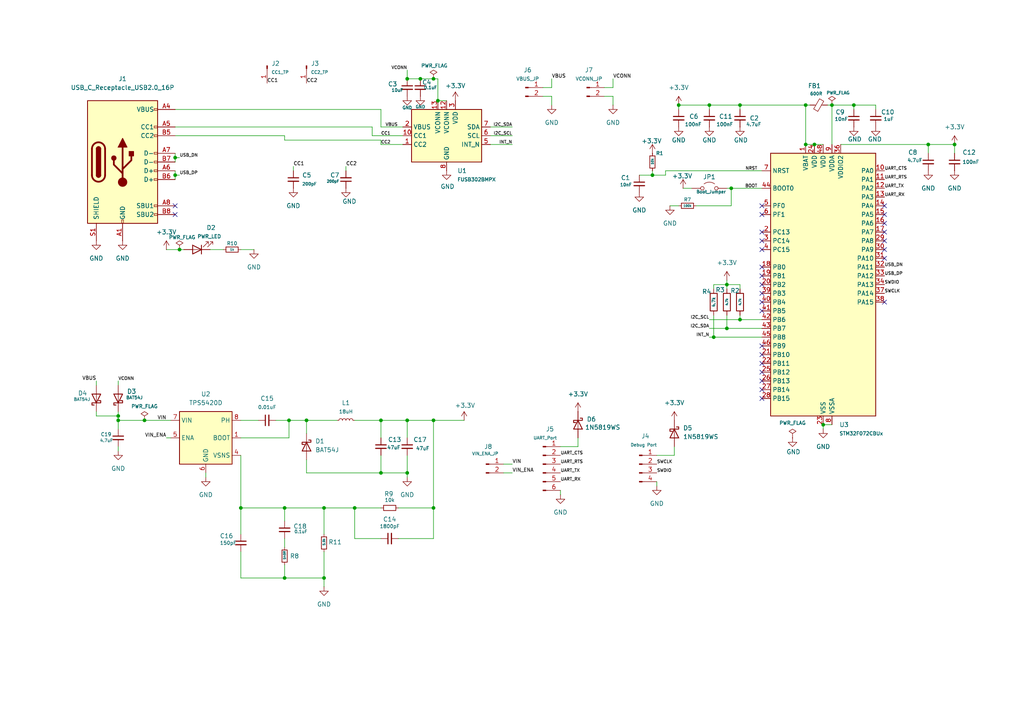
<source format=kicad_sch>
(kicad_sch (version 20250114) (generator "eeschema") (generator_version "9.0")
  (paper "A4")
  (junction (at 233.68 30.48))
  (junction (at 118.11 121.92))
  (junction (at 82.55 147.32))
  (junction (at 118.11 137.16))
  (junction (at 50.8 50.8))
  (junction (at 276.86 41.91))
  (junction (at 41.91 121.92))
  (junction (at 238.76 123.19))
  (junction (at 233.68 41.91))
  (junction (at 236.22 41.91))
  (junction (at 189.23 50.8))
  (junction (at 82.55 167.64))
  (junction (at 102.87 147.32))
  (junction (at 210.82 82.55))
  (junction (at 34.29 121.92))
  (junction (at 125.73 22.86))
  (junction (at 88.9 121.92))
  (junction (at 121.92 22.86))
  (junction (at 93.98 147.32))
  (junction (at 93.98 167.64))
  (junction (at 241.3 30.48))
  (junction (at 125.73 147.32))
  (junction (at 212.09 54.61))
  (junction (at 69.85 147.32))
  (junction (at 127 29.21))
  (junction (at 83.82 121.92))
  (junction (at 214.63 92.71))
  (junction (at 210.82 95.25))
  (junction (at 110.49 121.92))
  (junction (at 214.63 30.48))
  (junction (at 196.85 30.48))
  (junction (at 110.49 137.16))
  (junction (at 125.73 121.92))
  (junction (at 118.11 22.86))
  (junction (at 50.8 45.72))
  (junction (at 269.24 41.91))
  (junction (at 205.74 30.48))
  (junction (at 207.01 97.79))
  (junction (at 247.65 30.48))
  (junction (at 34.29 120.65))
  (junction (at 52.07 72.39))
  (no_connect (at 220.98 80.01))
  (no_connect (at 220.98 69.85))
  (no_connect (at 220.98 62.23))
  (no_connect (at 256.54 62.23))
  (no_connect (at 256.54 59.69))
  (no_connect (at 220.98 82.55))
  (no_connect (at 256.54 87.63))
  (no_connect (at 50.8 59.69))
  (no_connect (at 220.98 102.87))
  (no_connect (at 256.54 72.39))
  (no_connect (at 256.54 67.31))
  (no_connect (at 220.98 100.33))
  (no_connect (at 220.98 85.09))
  (no_connect (at 256.54 69.85))
  (no_connect (at 220.98 113.03))
  (no_connect (at 220.98 105.41))
  (no_connect (at 220.98 72.39))
  (no_connect (at 220.98 115.57))
  (no_connect (at 256.54 64.77))
  (no_connect (at 220.98 77.47))
  (no_connect (at 220.98 90.17))
  (no_connect (at 220.98 107.95))
  (no_connect (at 50.8 62.23))
  (no_connect (at 220.98 59.69))
  (no_connect (at 220.98 87.63))
  (no_connect (at 256.54 74.93))
  (no_connect (at 220.98 110.49))
  (no_connect (at 220.98 67.31))
  (wire (pts (xy 190.5 132.08) (xy 195.58 132.08)))
  (wire (pts (xy 88.9 121.92) (xy 88.9 125.73)))
  (wire (pts (xy 125.73 121.92) (xy 125.73 147.32)))
  (wire (pts (xy 110.49 40.64) (xy 110.49 41.91)))
  (wire (pts (xy 118.11 121.92) (xy 118.11 127)))
  (wire (pts (xy 50.8 36.83) (xy 107.95 36.83)))
  (wire (pts (xy 125.73 121.92) (xy 134.62 121.92)))
  (wire (pts (xy 207.01 82.55) (xy 210.82 82.55)))
  (wire (pts (xy 34.29 129.54) (xy 34.29 130.81)))
  (wire (pts (xy 269.24 41.91) (xy 276.86 41.91)))
  (wire (pts (xy 205.74 30.48) (xy 214.63 30.48)))
  (wire (pts (xy 177.8 27.94) (xy 177.8 30.48)))
  (wire (pts (xy 205.74 30.48) (xy 205.74 31.75)))
  (wire (pts (xy 210.82 54.61) (xy 212.09 54.61)))
  (wire (pts (xy 146.05 137.16) (xy 148.59 137.16)))
  (wire (pts (xy 27.94 110.49) (xy 27.94 111.76)))
  (wire (pts (xy 69.85 147.32) (xy 82.55 147.32)))
  (wire (pts (xy 167.64 127) (xy 167.64 129.54)))
  (wire (pts (xy 196.85 30.48) (xy 196.85 31.75)))
  (wire (pts (xy 110.49 36.83) (xy 116.84 36.83)))
  (wire (pts (xy 34.29 121.92) (xy 41.91 121.92)))
  (wire (pts (xy 50.8 45.72) (xy 50.8 44.45)))
  (wire (pts (xy 82.55 147.32) (xy 93.98 147.32)))
  (wire (pts (xy 127 29.21) (xy 127 22.86)))
  (wire (pts (xy 50.8 45.72) (xy 50.8 46.99)))
  (wire (pts (xy 82.55 40.64) (xy 110.49 40.64)))
  (wire (pts (xy 88.9 137.16) (xy 110.49 137.16)))
  (wire (pts (xy 177.8 22.86) (xy 177.8 25.4)))
  (wire (pts (xy 148.59 36.83) (xy 142.24 36.83)))
  (wire (pts (xy 214.63 91.44) (xy 214.63 92.71)))
  (wire (pts (xy 100.33 48.26) (xy 100.33 49.53)))
  (wire (pts (xy 205.74 95.25) (xy 210.82 95.25)))
  (wire (pts (xy 162.56 142.24) (xy 162.56 143.51)))
  (wire (pts (xy 210.82 95.25) (xy 220.98 95.25)))
  (wire (pts (xy 125.73 22.86) (xy 127 22.86)))
  (wire (pts (xy 52.07 50.8) (xy 50.8 50.8)))
  (wire (pts (xy 241.3 30.48) (xy 247.65 30.48)))
  (wire (pts (xy 118.11 137.16) (xy 118.11 138.43)))
  (wire (pts (xy 241.3 30.48) (xy 241.3 41.91)))
  (wire (pts (xy 214.63 92.71) (xy 220.98 92.71)))
  (wire (pts (xy 107.95 39.37) (xy 116.84 39.37)))
  (wire (pts (xy 69.85 147.32) (xy 69.85 154.94)))
  (wire (pts (xy 83.82 121.92) (xy 88.9 121.92)))
  (wire (pts (xy 148.59 39.37) (xy 142.24 39.37)))
  (wire (pts (xy 233.68 30.48) (xy 234.95 30.48)))
  (wire (pts (xy 214.63 83.82) (xy 214.63 82.55)))
  (wire (pts (xy 118.11 22.86) (xy 121.92 22.86)))
  (wire (pts (xy 193.04 49.53) (xy 220.98 49.53)))
  (wire (pts (xy 125.73 156.21) (xy 125.73 147.32)))
  (wire (pts (xy 205.74 92.71) (xy 214.63 92.71)))
  (wire (pts (xy 69.85 72.39) (xy 73.66 72.39)))
  (wire (pts (xy 102.87 121.92) (xy 110.49 121.92)))
  (wire (pts (xy 110.49 41.91) (xy 116.84 41.91)))
  (wire (pts (xy 247.65 30.48) (xy 254 30.48)))
  (wire (pts (xy 233.68 30.48) (xy 233.68 41.91)))
  (wire (pts (xy 214.63 30.48) (xy 214.63 31.75)))
  (wire (pts (xy 195.58 132.08) (xy 195.58 129.54)))
  (wire (pts (xy 107.95 36.83) (xy 107.95 39.37)))
  (wire (pts (xy 110.49 36.83) (xy 110.49 31.75)))
  (wire (pts (xy 110.49 137.16) (xy 118.11 137.16)))
  (wire (pts (xy 27.94 120.65) (xy 34.29 120.65)))
  (wire (pts (xy 27.94 119.38) (xy 27.94 120.65)))
  (wire (pts (xy 34.29 120.65) (xy 34.29 121.92)))
  (wire (pts (xy 254 30.48) (xy 254 31.75)))
  (wire (pts (xy 121.92 22.86) (xy 125.73 22.86)))
  (wire (pts (xy 127 29.21) (xy 129.54 29.21)))
  (wire (pts (xy 193.04 49.53) (xy 193.04 50.8)))
  (wire (pts (xy 247.65 30.48) (xy 247.65 31.75)))
  (wire (pts (xy 88.9 121.92) (xy 97.79 121.92)))
  (wire (pts (xy 50.8 39.37) (xy 82.55 39.37)))
  (wire (pts (xy 207.01 97.79) (xy 220.98 97.79)))
  (wire (pts (xy 269.24 41.91) (xy 269.24 44.45)))
  (wire (pts (xy 189.23 50.8) (xy 185.42 50.8)))
  (wire (pts (xy 69.85 160.02) (xy 69.85 167.64)))
  (wire (pts (xy 118.11 121.92) (xy 125.73 121.92)))
  (wire (pts (xy 50.8 50.8) (xy 50.8 49.53)))
  (wire (pts (xy 34.29 124.46) (xy 34.29 121.92)))
  (wire (pts (xy 69.85 127) (xy 83.82 127)))
  (wire (pts (xy 82.55 147.32) (xy 82.55 151.13)))
  (wire (pts (xy 236.22 41.91) (xy 233.68 41.91)))
  (wire (pts (xy 243.84 41.91) (xy 269.24 41.91)))
  (wire (pts (xy 82.55 39.37) (xy 82.55 40.64)))
  (wire (pts (xy 212.09 54.61) (xy 220.98 54.61)))
  (wire (pts (xy 190.5 140.97) (xy 190.5 139.7)))
  (wire (pts (xy 69.85 121.92) (xy 74.93 121.92)))
  (wire (pts (xy 49.53 127) (xy 48.26 127)))
  (wire (pts (xy 175.26 27.94) (xy 177.8 27.94)))
  (wire (pts (xy 210.82 91.44) (xy 210.82 95.25)))
  (wire (pts (xy 110.49 121.92) (xy 118.11 121.92)))
  (wire (pts (xy 93.98 147.32) (xy 102.87 147.32)))
  (wire (pts (xy 82.55 163.83) (xy 82.55 167.64)))
  (wire (pts (xy 50.8 31.75) (xy 110.49 31.75)))
  (wire (pts (xy 175.26 25.4) (xy 177.8 25.4)))
  (wire (pts (xy 80.01 121.92) (xy 83.82 121.92)))
  (wire (pts (xy 210.82 82.55) (xy 210.82 83.82)))
  (wire (pts (xy 69.85 132.08) (xy 69.85 147.32)))
  (wire (pts (xy 207.01 82.55) (xy 207.01 83.82)))
  (wire (pts (xy 83.82 127) (xy 83.82 121.92)))
  (wire (pts (xy 212.09 59.69) (xy 212.09 54.61)))
  (wire (pts (xy 118.11 132.08) (xy 118.11 137.16)))
  (wire (pts (xy 160.02 27.94) (xy 157.48 27.94)))
  (wire (pts (xy 115.57 147.32) (xy 125.73 147.32)))
  (wire (pts (xy 50.8 50.8) (xy 50.8 52.07)))
  (wire (pts (xy 110.49 121.92) (xy 110.49 127)))
  (wire (pts (xy 115.57 156.21) (xy 125.73 156.21)))
  (wire (pts (xy 52.07 72.39) (xy 53.34 72.39)))
  (wire (pts (xy 93.98 167.64) (xy 93.98 170.18)))
  (wire (pts (xy 196.85 30.48) (xy 205.74 30.48)))
  (wire (pts (xy 189.23 50.8) (xy 189.23 49.53)))
  (wire (pts (xy 276.86 41.91) (xy 276.86 44.45)))
  (wire (pts (xy 59.69 138.43) (xy 59.69 137.16)))
  (wire (pts (xy 52.07 45.72) (xy 50.8 45.72)))
  (wire (pts (xy 93.98 147.32) (xy 93.98 154.94)))
  (wire (pts (xy 34.29 119.38) (xy 34.29 120.65)))
  (wire (pts (xy 238.76 41.91) (xy 236.22 41.91)))
  (wire (pts (xy 88.9 133.35) (xy 88.9 137.16)))
  (wire (pts (xy 157.48 25.4) (xy 160.02 25.4)))
  (wire (pts (xy 82.55 167.64) (xy 93.98 167.64)))
  (wire (pts (xy 193.04 50.8) (xy 189.23 50.8)))
  (wire (pts (xy 240.03 30.48) (xy 241.3 30.48)))
  (wire (pts (xy 110.49 132.08) (xy 110.49 137.16)))
  (wire (pts (xy 214.63 82.55) (xy 210.82 82.55)))
  (wire (pts (xy 85.09 48.26) (xy 85.09 49.53)))
  (wire (pts (xy 160.02 27.94) (xy 160.02 30.48)))
  (wire (pts (xy 210.82 81.28) (xy 210.82 82.55)))
  (wire (pts (xy 233.68 30.48) (xy 214.63 30.48)))
  (wire (pts (xy 102.87 156.21) (xy 110.49 156.21)))
  (wire (pts (xy 69.85 167.64) (xy 82.55 167.64)))
  (wire (pts (xy 146.05 134.62) (xy 148.59 134.62)))
  (wire (pts (xy 102.87 147.32) (xy 110.49 147.32)))
  (wire (pts (xy 82.55 156.21) (xy 82.55 158.75)))
  (wire (pts (xy 201.93 59.69) (xy 212.09 59.69)))
  (wire (pts (xy 205.74 97.79) (xy 207.01 97.79)))
  (wire (pts (xy 160.02 22.86) (xy 160.02 25.4)))
  (wire (pts (xy 60.96 72.39) (xy 64.77 72.39)))
  (wire (pts (xy 194.31 59.69) (xy 196.85 59.69)))
  (wire (pts (xy 207.01 91.44) (xy 207.01 97.79)))
  (wire (pts (xy 102.87 147.32) (xy 102.87 156.21)))
  (wire (pts (xy 93.98 160.02) (xy 93.98 167.64)))
  (wire (pts (xy 41.91 121.92) (xy 49.53 121.92)))
  (wire (pts (xy 238.76 124.46) (xy 238.76 123.19)))
  (wire (pts (xy 162.56 129.54) (xy 167.64 129.54)))
  (wire (pts (xy 142.24 41.91) (xy 148.59 41.91)))
  (wire (pts (xy 198.12 54.61) (xy 200.66 54.61)))
  (wire (pts (xy 48.26 72.39) (xy 52.07 72.39)))
  (wire (pts (xy 118.11 20.32) (xy 118.11 22.86)))
  (wire (pts (xy 238.76 123.19) (xy 241.3 123.19)))
  (wire (pts (xy 34.29 110.49) (xy 34.29 111.76)))
  (label "SWCLK" (at 256.54 85.09 0) (effects (font (size 0.889 0.889))))
  (label "SWDIO" (at 190.5 137.16 0) (effects (font (size 0.889 0.889))))
  (label "UART_RX" (at 256.54 57.15 0) (effects (font (size 0.889 0.889))))
  (label "UART_CTS" (at 256.54 49.53 0) (effects (font (size 0.889 0.889))))
  (label "VIN" (at 148.59 134.62 0) (effects (font (size 1.016 1.016))))
  (label "I2C_SDA" (at 205.74 95.25 180) (effects (font (size 0.889 0.889))))
  (label "CC2" (at 110.49 41.91 0) (effects (font (size 0.889 0.889))))
  (label "I2C_SCL" (at 205.74 92.71 180) (effects (font (size 0.889 0.889))))
  (label "SWDIO" (at 256.54 82.55 0) (effects (font (size 0.889 0.889))))
  (label "USB_DN" (at 256.54 77.47 0) (effects (font (size 0.889 0.889))))
  (label "SWCLK" (at 190.5 134.62 0) (effects (font (size 0.889 0.889))))
  (label "VIN" (at 48.26 121.92 180) (effects (font (size 1.016 1.016))))
  (label "VBUS" (at 27.94 110.49 180) (effects (font (size 1.016 1.016))))
  (label "VCONN" (at 34.29 110.49 0) (effects (font (size 0.889 0.889))))
  (label "INT_N" (at 205.74 97.79 180) (effects (font (size 0.889 0.889))))
  (label "I2C_SDA" (at 148.59 36.83 180) (effects (font (size 0.889 0.889))))
  (label "CC2" (at 100.33 48.26 0) (effects (font (size 1.016 1.016))))
  (label "INT_N" (at 148.59 41.91 180) (effects (font (size 0.889 0.889))))
  (label "VIN_ENA" (at 148.59 137.16 0) (effects (font (size 1.016 1.016))))
  (label "VBUS" (at 111.76 36.83 0) (effects (font (size 0.889 0.889))))
  (label "VCONN" (at 118.11 20.32 180) (effects (font (size 0.889 0.889))))
  (label "NRST" (at 219.71 49.53 180) (effects (font (size 0.889 0.889))))
  (label "UART_RTS" (at 256.54 52.07 0) (effects (font (size 0.889 0.889))))
  (label "USB_DN" (at 52.07 45.72 0) (effects (font (size 0.889 0.889))))
  (label "UART_TX" (at 162.56 137.16 0) (effects (font (size 0.889 0.889))))
  (label "VBUS" (at 160.02 22.86 0) (effects (font (size 1.016 1.016))))
  (label "USB_DP" (at 52.07 50.8 0) (effects (font (size 0.889 0.889))))
  (label "I2C_SCL" (at 148.59 39.37 180) (effects (font (size 0.889 0.889))))
  (label "UART_RX" (at 162.56 139.7 0) (effects (font (size 0.889 0.889))))
  (label "UART_RTS" (at 162.56 134.62 0) (effects (font (size 0.889 0.889))))
  (label "UART_CTS" (at 162.56 132.08 0) (effects (font (size 0.889 0.889))))
  (label "CC2" (at 88.9 24.13 0) (effects (font (size 1.016 1.016))))
  (label "CC1" (at 110.49 39.37 0) (effects (font (size 0.889 0.889))))
  (label "BOOT" (at 219.71 54.61 180) (effects (font (size 0.889 0.889))))
  (label "VCONN" (at 177.8 22.86 0) (effects (font (size 1.016 1.016))))
  (label "VIN_ENA" (at 48.26 127 180) (effects (font (size 1.016 1.016))))
  (label "UART_TX" (at 256.54 54.61 0) (effects (font (size 0.889 0.889))))
  (label "CC1" (at 85.09 48.26 0) (effects (font (size 1.016 1.016))))
  (label "CC1" (at 77.47 24.13 0) (effects (font (size 1.016 1.016))))
  (label "USB_DP" (at 256.54 80.01 0) (effects (font (size 0.889 0.889))))
  (symbol (lib_id "Diode:BAT54J") (at 27.94 115.57 90) (unit 1)
    (property "Reference" "D4" (at 22.606 114.046 90) (effects (justify right)))
    (property "Value" "BAT54J" (at 21.336 115.824 90) (effects (font (size 0.889 0.889)) (justify right)))
    (property "Footprint" "Diode_SMD:D_SOD-323F" (effects (hide yes)))
    (property "Datasheet" "https://assets.nexperia.com/documents/data-sheet/BAT54J.pdf" (effects (hide yes)))
    (property "Description" "30V 200mA Schottky diode, SOD-323F" (effects (hide yes)))
  )
  (symbol (lib_id "Diode:BAT54J") (at 88.9 129.54 270) (unit 1)
    (property "Reference" "D1" (at 91.44 127.9524 90) (effects (justify left)))
    (property "Value" "BAT54J" (at 91.44 130.4924 90) (effects (justify left)))
    (property "Footprint" "Diode_SMD:D_SOD-323F" (effects (hide yes)))
    (property "Datasheet" "https://assets.nexperia.com/documents/data-sheet/BAT54J.pdf" (effects (hide yes)))
    (property "Description" "30V 200mA Schottky diode, SOD-323F" (effects (hide yes)))
  )
  (symbol (lib_name "R_Small_1") (lib_id "Device:R_Small") (at 189.23 46.99 0) (unit 1)
    (property "Reference" "R1" (at 190.246 44.45 0) (effects (font (size 1.016 1.016)) (justify left)))
    (property "Value" "10k" (at 189.23 47.752 90) (effects (font (size 0.635 0.635)) (justify left)))
    (property "Footprint" "Resistor_SMD:R_0402_1005Metric" (effects (hide yes)))
    (property "Description" "Resistor, small symbol" (effects (hide yes)))
  )
  (symbol (lib_id "power:+3.3V") (at 134.62 121.92 0) (unit 1)
    (property "Reference" "#PWR037" (effects (hide yes)))
    (property "Value" "+3.3V" (at 134.874 117.602 0))
    (property "Description" "Power symbol creates a global label with name \"+3.3V\"" (effects (hide yes)))
  )
  (symbol (lib_id "power:GND") (at 185.42 55.88 0) (unit 1)
    (property "Reference" "#PWR016" (effects (hide yes)))
    (property "Value" "GND" (at 185.42 60.96 0))
    (property "Description" "Power symbol creates a global label with name \"GND\" , ground" (effects (hide yes)))
  )
  (symbol (lib_id "power:PWR_FLAG") (at 241.3 30.48 0) (unit 1)
    (property "Reference" "#FLG03" (effects (hide yes)))
    (property "Value" "PWR_FLAG" (at 243.078 26.924 0) (effects (font (size 0.889 0.889))))
    (property "Description" "Special symbol for telling ERC where power comes from" (effects (hide yes)))
  )
  (symbol (lib_id "Device:R_Small") (at 93.98 157.48 0) (unit 1)
    (property "Reference" "R11" (at 95.25 157.226 0) (effects (justify left)))
    (property "Value" "5.9k" (at 93.98 158.242 90) (effects (font (size 0.635 0.635)) (justify left)))
    (property "Footprint" "Resistor_SMD:R_0402_1005Metric" (effects (hide yes)))
    (property "Description" "Resistor, small symbol" (effects (hide yes)))
  )
  (symbol (lib_id "Device:R") (at 210.82 87.63 0) (unit 1)
    (property "Reference" "R3" (at 207.518 84.074 0) (effects (justify left)))
    (property "Value" "4.7k" (at 210.82 88.646 90) (effects (font (size 0.635 0.635)) (justify left)))
    (property "Footprint" "Resistor_SMD:R_0402_1005Metric" (effects (hide yes)))
    (property "Description" "Resistor" (effects (hide yes)))
  )
  (symbol (lib_id "power:GND") (at 214.63 36.83 0) (unit 1)
    (property "Reference" "#PWR024" (effects (hide yes)))
    (property "Value" "GND" (at 214.884 40.64 0))
    (property "Description" "Power symbol creates a global label with name \"GND\" , ground" (effects (hide yes)))
  )
  (symbol (lib_id "MCU_ST_STM32F0:STM32F072CBUx") (at 238.76 82.55 0) (unit 1)
    (property "Reference" "U3" (at 243.4433 123.19 0) (effects (justify left)))
    (property "Value" "STM32F072CBUx" (at 243.4433 125.73 0) (effects (font (size 1.016 1.016)) (justify left)))
    (property "Footprint" "Package_DFN_QFN:QFN-48-1EP_7x7mm_P0.5mm_EP5.6x5.6mm" (effects (hide yes)))
    (property "Datasheet" "https://www.st.com/resource/en/datasheet/stm32f072cb.pdf" (effects (hide yes)))
    (property "Description" "STMicroelectronics Arm Cortex-M0 MCU, 128KB flash, 16KB RAM, 48 MHz, 2.0-3.6V, 37 GPIO, UFQFPN48" (effects (hide yes)))
  )
  (symbol (lib_id "Connector:Conn_01x01_Pin") (at 77.47 19.05 270) (unit 1)
    (property "Reference" "J2" (at 78.74 18.4149 90) (effects (justify left)))
    (property "Value" "CC1_TP" (at 78.74 20.955 90) (effects (font (size 0.889 0.889)) (justify left)))
    (property "Footprint" "Connector_PinHeader_2.54mm:PinHeader_1x01_P2.54mm_Vertical" (effects (hide yes)))
    (property "Description" "Generic connector, single row, 01x01, script generated" (effects (hide yes)))
  )
  (symbol (lib_id "Device:C_Small") (at 276.86 46.99 0) (unit 1)
    (property "Reference" "C12" (at 279.146 44.196 0) (effects (justify left)))
    (property "Value" "100nF" (at 279.146 46.99 0) (effects (font (size 1.016 1.016)) (justify left)))
    (property "Footprint" "Capacitor_SMD:C_0402_1005Metric" (effects (hide yes)))
    (property "Description" "Unpolarized capacitor, small symbol" (effects (hide yes)))
  )
  (symbol (lib_id "power:GND") (at 160.02 30.48 0) (unit 1)
    (property "Reference" "#PWR015" (effects (hide yes)))
    (property "Value" "GND" (at 160.02 35.56 0))
    (property "Description" "Power symbol creates a global label with name \"GND\" , ground" (effects (hide yes)))
  )
  (symbol (lib_id "power:GND") (at 35.56 69.85 0) (unit 1)
    (property "Reference" "#PWR01" (effects (hide yes)))
    (property "Value" "GND" (at 35.56 74.93 0))
    (property "Description" "Power symbol creates a global label with name \"GND\" , ground" (effects (hide yes)))
  )
  (symbol (lib_id "Connector:Conn_01x02_Pin") (at 140.97 134.62 0) (unit 1)
    (property "Reference" "J8" (at 141.605 129.54 0))
    (property "Value" "VIN_ENA_JP" (at 140.716 131.572 0) (effects (font (size 0.889 0.889))))
    (property "Footprint" "Connector_PinHeader_2.54mm:PinHeader_1x02_P2.54mm_Vertical" (effects (hide yes)))
    (property "Description" "Generic connector, single row, 01x02, script generated" (effects (hide yes)))
  )
  (symbol (lib_id "Device:C_Small") (at 205.74 34.29 0) (unit 1)
    (property "Reference" "C11" (at 208.534 33.782 0) (effects (justify left)))
    (property "Value" "100nF" (at 207.772 36.068 0) (effects (font (size 1.016 1.016)) (justify left)))
    (property "Footprint" "Capacitor_SMD:C_0402_1005Metric" (effects (hide yes)))
    (property "Description" "Unpolarized capacitor, small symbol" (effects (hide yes)))
  )
  (symbol (lib_id "power:+3.3V") (at 132.08 29.21 0) (unit 1)
    (property "Reference" "#PWR08" (effects (hide yes)))
    (property "Value" "+3.3V" (at 132.08 24.892 0))
    (property "Description" "Power symbol creates a global label with name \"+3.3V\"" (effects (hide yes)))
  )
  (symbol (lib_id "power:GND") (at 121.92 27.94 0) (unit 1)
    (property "Reference" "#PWR034" (effects (hide yes)))
    (property "Value" "GND" (at 121.92 30.988 0) (effects (font (size 0.889 0.889))))
    (property "Description" "Power symbol creates a global label with name \"GND\" , ground" (effects (hide yes)))
  )
  (symbol (lib_id "power:PWR_FLAG") (at 41.91 121.92 0) (unit 1)
    (property "Reference" "#FLG01" (effects (hide yes)))
    (property "Value" "PWR_FLAG" (at 41.91 117.856 0) (effects (font (size 1.016 1.016))))
    (property "Description" "Special symbol for telling ERC where power comes from" (effects (hide yes)))
  )
  (symbol (lib_id "power:+3.3V") (at 48.26 72.39 0) (unit 1)
    (property "Reference" "#PWR04" (effects (hide yes)))
    (property "Value" "+3.3V" (at 48.26 67.31 0))
    (property "Description" "Power symbol creates a global label with name \"+3.3V\"" (effects (hide yes)))
  )
  (symbol (lib_id "Device:C_Small") (at 82.55 153.67 0) (unit 1)
    (property "Reference" "C18" (at 85.09 152.654 0) (effects (justify left)))
    (property "Value" "0.1uF" (at 85.344 154.178 0) (effects (font (size 0.889 0.889)) (justify left)))
    (property "Footprint" "Capacitor_SMD:C_0603_1608Metric" (effects (hide yes)))
    (property "Description" "Unpolarized capacitor, small symbol" (effects (hide yes)))
  )
  (symbol (lib_id "power:GND") (at 196.85 36.83 0) (unit 1)
    (property "Reference" "#PWR020" (effects (hide yes)))
    (property "Value" "GND" (at 196.85 40.64 0))
    (property "Description" "Power symbol creates a global label with name \"GND\" , ground" (effects (hide yes)))
  )
  (symbol (lib_id "power:GND") (at 85.09 54.61 0) (unit 1)
    (property "Reference" "#PWR013" (effects (hide yes)))
    (property "Value" "GND" (at 85.09 59.69 0))
    (property "Description" "Power symbol creates a global label with name \"GND\" , ground" (effects (hide yes)))
  )
  (symbol (lib_id "Regulator_Switching:TPS5420D") (at 59.69 127 0) (unit 1)
    (property "Reference" "U2" (at 59.69 114.3 0))
    (property "Value" "TPS5420D" (at 59.69 116.84 0))
    (property "Footprint" "Package_SO:SOIC-8_3.9x4.9mm_P1.27mm" (effects (hide yes)))
    (property "Datasheet" "http://www.ti.com/lit/ds/symlink/tps5420.pdf" (effects (hide yes)))
    (property "Description" "Adjustable Output, 2A Step-Down Converter, 5.5V-36V Input, 500kHz Switching Frequency" (effects (hide yes)))
  )
  (symbol (lib_id "Device:C_Small") (at 269.24 46.99 0) (unit 1)
    (property "Reference" "C8" (at 263.398 44.196 0) (effects (justify left)))
    (property "Value" "4.7uF" (at 263.144 46.482 0) (effects (font (size 1.016 1.016)) (justify left)))
    (property "Footprint" "Capacitor_SMD:C_0603_1608Metric" (effects (hide yes)))
    (property "Description" "Unpolarized capacitor, small symbol" (effects (hide yes)))
  )
  (symbol (lib_id "Connector:Conn_01x04_Pin") (at 185.42 134.62 0) (unit 1)
    (property "Reference" "J4" (at 187.198 126.492 0))
    (property "Value" "Debug Port" (at 186.69 129.032 0) (effects (font (size 0.889 0.889))))
    (property "Footprint" "Connector_PinHeader_2.54mm:PinHeader_1x04_P2.54mm_Vertical" (effects (hide yes)))
    (property "Description" "Generic connector, single row, 01x04, script generated" (effects (hide yes)))
  )
  (symbol (lib_id "power:+3.3V") (at 167.64 119.38 0) (unit 1)
    (property "Reference" "#PWR011" (effects (hide yes)))
    (property "Value" "+3.3V" (at 167.64 114.3 0))
    (property "Description" "Power symbol creates a global label with name \"+3.3V\"" (effects (hide yes)))
  )
  (symbol (lib_id "power:PWR_FLAG") (at 229.87 127 0) (unit 1)
    (property "Reference" "#FLG02" (effects (hide yes)))
    (property "Value" "PWR_FLAG" (at 229.87 122.682 0) (effects (font (size 1.016 1.016))))
    (property "Description" "Special symbol for telling ERC where power comes from" (effects (hide yes)))
  )
  (symbol (lib_id "Diode:1N5819WS") (at 167.64 123.19 270) (unit 1)
    (property "Reference" "D6" (at 170.18 121.6024 90) (effects (justify left)))
    (property "Value" "1N5819WS" (at 169.672 123.952 90) (effects (justify left)))
    (property "Footprint" "Diode_SMD:D_SOD-323" (effects (hide yes)))
    (property "Datasheet" "https://datasheet.lcsc.com/lcsc/2204281430_Guangdong-Hottech-1N5819WS_C191023.pdf" (effects (hide yes)))
    (property "Description" "40V 600mV@1A 1A SOD-323 Schottky Barrier Diodes, SOD-323" (effects (hide yes)))
  )
  (symbol (lib_id "power:GND") (at 93.98 170.18 0) (unit 1)
    (property "Reference" "#PWR039" (effects (hide yes)))
    (property "Value" "GND" (at 93.98 175.26 0))
    (property "Description" "Power symbol creates a global label with name \"GND\" , ground" (effects (hide yes)))
  )
  (symbol (lib_id "power:GND") (at 34.29 130.81 0) (unit 1)
    (property "Reference" "#PWR035" (effects (hide yes)))
    (property "Value" "GND" (at 34.29 135.89 0))
    (property "Description" "Power symbol creates a global label with name \"GND\" , ground" (effects (hide yes)))
  )
  (symbol (lib_id "power:GND") (at 100.33 54.61 0) (unit 1)
    (property "Reference" "#PWR03" (effects (hide yes)))
    (property "Value" "GND" (at 101.346 58.42 0))
    (property "Description" "Power symbol creates a global label with name \"GND\" , ground" (effects (hide yes)))
  )
  (symbol (lib_id "Diode:1N5819WS") (at 195.58 125.73 270) (unit 1)
    (property "Reference" "D5" (at 198.12 124.1424 90) (effects (justify left)))
    (property "Value" "1N5819WS" (at 198.12 126.6824 90) (effects (justify left)))
    (property "Footprint" "Diode_SMD:D_SOD-323" (effects (hide yes)))
    (property "Datasheet" "https://datasheet.lcsc.com/lcsc/2204281430_Guangdong-Hottech-1N5819WS_C191023.pdf" (effects (hide yes)))
    (property "Description" "40V 600mV@1A 1A SOD-323 Schottky Barrier Diodes, SOD-323" (effects (hide yes)))
  )
  (symbol (lib_id "Device:C_Small") (at 118.11 129.54 0) (unit 1)
    (property "Reference" "C17" (at 119.888 127.508 0) (effects (justify left)))
    (property "Value" "47uF" (at 120.65 130.048 0) (effects (font (size 1.016 1.016)) (justify left)))
    (property "Footprint" "Capacitor_SMD:C_0805_2012Metric" (effects (hide yes)))
    (property "Description" "Unpolarized capacitor, small symbol" (effects (hide yes)))
  )
  (symbol (lib_id "Device:C_Small") (at 196.85 34.29 0) (unit 1)
    (property "Reference" "C6" (at 199.898 33.782 0) (effects (justify left)))
    (property "Value" "100nF" (at 198.628 36.068 0) (effects (font (size 1.016 1.016)) (justify left)))
    (property "Footprint" "Capacitor_SMD:C_0402_1005Metric" (effects (hide yes)))
    (property "Description" "Unpolarized capacitor, small symbol" (effects (hide yes)))
  )
  (symbol (lib_id "Device:C_Small") (at 85.09 52.07 0) (unit 1)
    (property "Reference" "C5" (at 87.63 50.8062 0) (effects (justify left)))
    (property "Value" "200pF" (at 87.63 53.3463 0) (effects (font (size 0.889 0.889)) (justify left)))
    (property "Footprint" "Capacitor_SMD:C_0402_1005Metric" (effects (hide yes)))
    (property "Description" "Unpolarized capacitor, small symbol" (effects (hide yes)))
  )
  (symbol (lib_id "power:GND") (at 205.74 36.83 0) (unit 1)
    (property "Reference" "#PWR022" (effects (hide yes)))
    (property "Value" "GND" (at 205.74 40.64 0))
    (property "Description" "Power symbol creates a global label with name \"GND\" , ground" (effects (hide yes)))
  )
  (symbol (lib_id "power:GND") (at 254 36.83 0) (unit 1)
    (property "Reference" "#PWR028" (effects (hide yes)))
    (property "Value" "GND" (at 253.746 40.386 0))
    (property "Description" "Power symbol creates a global label with name \"GND\" , ground" (effects (hide yes)))
  )
  (symbol (lib_id "power:GND") (at 229.87 127 0) (unit 1)
    (property "Reference" "#PWR06" (effects (hide yes)))
    (property "Value" "GND" (at 230.124 131.064 0))
    (property "Description" "Power symbol creates a global label with name \"GND\" , ground" (effects (hide yes)))
  )
  (symbol (lib_id "power:GND") (at 162.56 143.51 0) (unit 1)
    (property "Reference" "#PWR025" (effects (hide yes)))
    (property "Value" "GND" (at 162.56 148.59 0))
    (property "Description" "Power symbol creates a global label with name \"GND\" , ground" (effects (hide yes)))
  )
  (symbol (lib_id "Device:C_Small") (at 214.63 34.29 0) (unit 1)
    (property "Reference" "C2" (at 217.424 34.29 0) (effects (justify left)))
    (property "Value" "4.7uF" (at 216.408 36.068 0) (effects (font (size 1.016 1.016)) (justify left)))
    (property "Footprint" "Capacitor_SMD:C_0603_1608Metric" (effects (hide yes)))
    (property "Description" "Unpolarized capacitor, small symbol" (effects (hide yes)))
  )
  (symbol (lib_name "R_Small_2") (lib_id "Device:R_Small") (at 199.39 59.69 90) (unit 1)
    (property "Reference" "R7" (at 199.39 57.912 90) (effects (font (size 1.016 1.016))))
    (property "Value" "100k" (at 199.39 59.69 90) (effects (font (size 0.635 0.635))))
    (property "Footprint" "Resistor_SMD:R_0603_1608Metric" (effects (hide yes)))
    (property "Description" "Resistor, small symbol" (effects (hide yes)))
  )
  (symbol (lib_id "power:+3.3V") (at 198.12 54.61 0) (unit 1)
    (property "Reference" "#PWR021" (effects (hide yes)))
    (property "Value" "+3.3V" (at 197.866 51.054 0))
    (property "Description" "Power symbol creates a global label with name \"+3.3V\"" (effects (hide yes)))
  )
  (symbol (lib_id "power:GND") (at 238.76 124.46 0) (unit 1)
    (property "Reference" "#PWR026" (effects (hide yes)))
    (property "Value" "GND" (at 238.76 129.54 0))
    (property "Description" "Power symbol creates a global label with name \"GND\" , ground" (effects (hide yes)))
  )
  (symbol (lib_id "power:+3.3V") (at 210.82 81.28 0) (unit 1)
    (property "Reference" "#PWR023" (effects (hide yes)))
    (property "Value" "+3.3V" (at 210.82 76.2 0))
    (property "Description" "Power symbol creates a global label with name \"+3.3V\"" (effects (hide yes)))
  )
  (symbol (lib_id "Device:R") (at 214.63 87.63 0) (unit 1)
    (property "Reference" "R2" (at 211.836 84.328 0) (effects (justify left)))
    (property "Value" "4.7k" (at 214.63 88.646 90) (effects (font (size 0.635 0.635)) (justify left)))
    (property "Footprint" "Resistor_SMD:R_0402_1005Metric" (effects (hide yes)))
    (property "Description" "Resistor" (effects (hide yes)))
  )
  (symbol (lib_id "Device:R_Small") (at 113.03 147.32 90) (unit 1)
    (property "Reference" "R9" (at 112.776 143.256 90))
    (property "Value" "10k" (at 113.03 145.034 90) (effects (font (size 1.016 1.016))))
    (property "Footprint" "Resistor_SMD:R_0402_1005Metric" (effects (hide yes)))
    (property "Description" "Resistor, small symbol" (effects (hide yes)))
  )
  (symbol (lib_id "Connector:Conn_01x01_Pin") (at 88.9 19.05 270) (unit 1)
    (property "Reference" "J3" (at 90.17 18.4149 90) (effects (justify left)))
    (property "Value" "CC2_TP" (at 90.17 20.955 90) (effects (font (size 0.889 0.889)) (justify left)))
    (property "Footprint" "Connector_PinHeader_2.54mm:PinHeader_1x01_P2.54mm_Vertical" (effects (hide yes)))
    (property "Description" "Generic connector, single row, 01x01, script generated" (effects (hide yes)))
  )
  (symbol (lib_id "power:+3.3V") (at 196.85 30.48 0) (unit 1)
    (property "Reference" "#PWR019" (effects (hide yes)))
    (property "Value" "+3.3V" (at 196.85 25.4 0))
    (property "Description" "Power symbol creates a global label with name \"+3.3V\"" (effects (hide yes)))
  )
  (symbol (lib_id "power:GND") (at 59.69 138.43 0) (unit 1)
    (property "Reference" "#PWR036" (effects (hide yes)))
    (property "Value" "GND" (at 59.69 143.51 0))
    (property "Description" "Power symbol creates a global label with name \"GND\" , ground" (effects (hide yes)))
  )
  (symbol (lib_id "Device:C_Small") (at 185.42 53.34 0) (unit 1)
    (property "Reference" "C1" (at 180.086 51.562 0) (effects (justify left)))
    (property "Value" "10nF" (at 179.832 53.594 0) (effects (font (size 0.889 0.889)) (justify left)))
    (property "Footprint" "Capacitor_SMD:C_0402_1005Metric" (effects (hide yes)))
    (property "Description" "Unpolarized capacitor, small symbol" (effects (hide yes)))
  )
  (symbol (lib_id "Device:R") (at 207.01 87.63 180) (unit 1)
    (property "Reference" "R4" (at 204.978 84.582 0))
    (property "Value" "4.7k" (at 207.01 87.63 90) (effects (font (size 0.889 0.889))))
    (property "Footprint" "Resistor_SMD:R_0402_1005Metric" (effects (hide yes)))
    (property "Description" "Resistor" (effects (hide yes)))
  )
  (symbol (lib_id "Device:C_Small") (at 100.33 52.07 180) (unit 1)
    (property "Reference" "C7" (at 95.758 50.8 0) (effects (justify right)))
    (property "Value" "200pF" (at 94.742 52.578 0) (effects (font (size 0.762 0.762)) (justify right)))
    (property "Footprint" "Capacitor_SMD:C_0402_1005Metric" (effects (hide yes)))
    (property "Description" "Unpolarized capacitor, small symbol" (effects (hide yes)))
  )
  (symbol (lib_id "Device:C_Small") (at 254 34.29 0) (unit 1)
    (property "Reference" "C10" (at 255.524 32.512 0) (effects (justify left)))
    (property "Value" "1uF" (at 256.286 34.544 0) (effects (font (size 1.016 1.016)) (justify left)))
    (property "Footprint" "Capacitor_SMD:C_0603_1608Metric" (effects (hide yes)))
    (property "Description" "Unpolarized capacitor, small symbol" (effects (hide yes)))
  )
  (symbol (lib_id "Connector:Conn_01x02_Pin") (at 170.18 25.4 0) (unit 1)
    (property "Reference" "J7" (at 170.815 20.32 0))
    (property "Value" "VCONN_JP" (at 170.815 22.86 0) (effects (font (size 1.016 1.016))))
    (property "Footprint" "Connector_PinHeader_2.54mm:PinHeader_1x02_P2.54mm_Vertical" (effects (hide yes)))
    (property "Description" "Generic connector, single row, 01x02, script generated" (effects (hide yes)))
  )
  (symbol (lib_id "power:GND") (at 129.54 49.53 0) (mirror y) (unit 1)
    (property "Reference" "#PWR07" (effects (hide yes)))
    (property "Value" "GND" (at 129.794 54.102 0))
    (property "Description" "Power symbol creates a global label with name \"GND\" , ground" (effects (hide yes)))
  )
  (symbol (lib_id "Device:R_Small") (at 82.55 161.29 0) (unit 1)
    (property "Reference" "R8" (at 84.074 161.29 0) (effects (justify left)))
    (property "Value" "549R" (at 82.55 162.306 90) (effects (font (size 0.635 0.635)) (justify left)))
    (property "Footprint" "Resistor_SMD:R_0402_1005Metric" (effects (hide yes)))
    (property "Description" "Resistor, small symbol" (effects (hide yes)))
  )
  (symbol (lib_id "Device:C_Small") (at 34.29 127 0) (unit 1)
    (property "Reference" "C19" (at 29.21 125.984 0) (effects (font (size 1.016 1.016)) (justify left)))
    (property "Value" "4.7uF" (at 28.956 127.762 0) (effects (font (size 0.889 0.889)) (justify left)))
    (property "Footprint" "Capacitor_SMD:C_0603_1608Metric" (effects (hide yes)))
    (property "Description" "Unpolarized capacitor, small symbol" (effects (hide yes)))
  )
  (symbol (lib_id "power:+3.3V") (at 195.58 121.92 0) (unit 1)
    (property "Reference" "#PWR012" (effects (hide yes)))
    (property "Value" "+3.3V" (at 195.58 116.84 0))
    (property "Description" "Power symbol creates a global label with name \"+3.3V\"" (effects (hide yes)))
  )
  (symbol (lib_name "R_Small_3") (lib_id "Device:R_Small") (at 67.31 72.39 90) (unit 1)
    (property "Reference" "R10" (at 67.31 70.612 90) (effects (font (size 1.016 1.016))))
    (property "Value" "1k" (at 67.31 72.39 90) (effects (font (size 0.635 0.635))))
    (property "Footprint" "Resistor_SMD:R_0402_1005Metric" (effects (hide yes)))
    (property "Description" "Resistor, small symbol" (effects (hide yes)))
  )
  (symbol (lib_id "power:GND") (at 269.24 49.53 0) (unit 1)
    (property "Reference" "#PWR030" (effects (hide yes)))
    (property "Value" "GND" (at 269.24 54.61 0))
    (property "Description" "Power symbol creates a global label with name \"GND\" , ground" (effects (hide yes)))
  )
  (symbol (lib_id "power:+3.3V") (at 276.86 41.91 0) (unit 1)
    (property "Reference" "#PWR031" (effects (hide yes)))
    (property "Value" "+3.3V" (at 276.86 36.83 0))
    (property "Description" "Power symbol creates a global label with name \"+3.3V\"" (effects (hide yes)))
  )
  (symbol (lib_id "Connector:Conn_01x06_Pin") (at 157.48 134.62 0) (unit 1)
    (property "Reference" "J5" (at 159.512 124.46 0))
    (property "Value" "UART_Port" (at 158.115 127 0) (effects (font (size 0.889 0.889))))
    (property "Footprint" "Connector_PinHeader_2.54mm:PinHeader_1x06_P2.54mm_Vertical" (effects (hide yes)))
    (property "Description" "Generic connector, single row, 01x06, script generated" (effects (hide yes)))
  )
  (symbol (lib_id "power:GND") (at 27.94 69.85 0) (unit 1)
    (property "Reference" "#PWR010" (effects (hide yes)))
    (property "Value" "GND" (at 27.94 74.93 0))
    (property "Description" "Power symbol creates a global label with name \"GND\" , ground" (effects (hide yes)))
  )
  (symbol (lib_id "power:PWR_FLAG") (at 52.07 72.39 0) (unit 1)
    (property "Reference" "#FLG04" (effects (hide yes)))
    (property "Value" "PWR_FLAG" (at 52.832 68.834 0) (effects (font (size 1.016 1.016))))
    (property "Description" "Special symbol for telling ERC where power comes from" (effects (hide yes)))
  )
  (symbol (lib_id "Device:C_Small") (at 118.11 25.4 0) (unit 1)
    (property "Reference" "C3" (at 112.522 24.384 0) (effects (justify left)))
    (property "Value" "10uF" (at 113.538 26.162 0) (effects (font (size 0.889 0.889)) (justify left)))
    (property "Footprint" "Capacitor_SMD:C_0603_1608Metric" (effects (hide yes)))
    (property "Description" "Unpolarized capacitor, small symbol" (effects (hide yes)))
  )
  (symbol (lib_id "Device:C_Small") (at 69.85 157.48 0) (unit 1)
    (property "Reference" "C16" (at 63.754 155.448 0) (effects (justify left)))
    (property "Value" "150pF" (at 63.754 157.48 0) (effects (font (size 1.016 1.016)) (justify left)))
    (property "Footprint" "Capacitor_SMD:C_0402_1005Metric" (effects (hide yes)))
    (property "Description" "Unpolarized capacitor, small symbol" (effects (hide yes)))
  )
  (symbol (lib_id "power:GND") (at 177.8 30.48 0) (unit 1)
    (property "Reference" "#PWR040" (effects (hide yes)))
    (property "Value" "GND" (at 177.8 35.56 0))
    (property "Description" "Power symbol creates a global label with name \"GND\" , ground" (effects (hide yes)))
  )
  (symbol (lib_id "power:GND") (at 190.5 140.97 0) (unit 1)
    (property "Reference" "#PWR029" (effects (hide yes)))
    (property "Value" "GND" (at 190.5 146.05 0))
    (property "Description" "Power symbol creates a global label with name \"GND\" , ground" (effects (hide yes)))
  )
  (symbol (lib_id "power:GND") (at 194.31 59.69 0) (unit 1)
    (property "Reference" "#PWR018" (effects (hide yes)))
    (property "Value" "GND" (at 194.31 64.77 0))
    (property "Description" "Power symbol creates a global label with name \"GND\" , ground" (effects (hide yes)))
  )
  (symbol (lib_id "Device:C_Small") (at 121.92 25.4 0) (unit 1)
    (property "Reference" "C4" (at 122.428 23.876 0) (effects (justify left)))
    (property "Value" "0.1uF" (at 122.936 25.4 0) (effects (font (size 0.889 0.889)) (justify left)))
    (property "Footprint" "Capacitor_SMD:C_0402_1005Metric" (effects (hide yes)))
    (property "Description" "Unpolarized capacitor, small symbol" (effects (hide yes)))
  )
  (symbol (lib_id "Interface_USB:FUSB302BMPX") (at 129.54 39.37 0) (mirror y) (unit 1)
    (property "Reference" "U1" (at 132.6581 49.53 0) (effects (justify right)))
    (property "Value" "FUSB302BMPX" (at 132.6581 52.07 0) (effects (font (size 1.016 1.016)) (justify right)))
    (property "Footprint" "Package_DFN_QFN:WQFN-14-1EP_2.5x2.5mm_P0.5mm_EP1.45x1.45mm" (effects (hide yes)))
    (property "Datasheet" "http://www.onsemi.com/pub/Collateral/FUSB302B-D.PDF" (effects (hide yes)))
    (property "Description" "Programmable USB Type-C Controller w/PD, I2C address 0x22, WQFN-14" (effects (hide yes)))
  )
  (symbol (lib_id "Diode:BAT54J") (at 34.29 115.57 90) (unit 1)
    (property "Reference" "D3" (at 36.83 113.538 90) (effects (justify right)))
    (property "Value" "BAT54J" (at 36.576 115.316 90) (effects (font (size 0.889 0.889)) (justify right)))
    (property "Footprint" "Diode_SMD:D_SOD-323F" (effects (hide yes)))
    (property "Datasheet" "https://assets.nexperia.com/documents/data-sheet/BAT54J.pdf" (effects (hide yes)))
    (property "Description" "30V 200mA Schottky diode, SOD-323F" (effects (hide yes)))
  )
  (symbol (lib_id "power:GND") (at 247.65 36.83 0) (unit 1)
    (property "Reference" "#PWR027" (effects (hide yes)))
    (property "Value" "GND" (at 247.904 40.386 0))
    (property "Description" "Power symbol creates a global label with name \"GND\" , ground" (effects (hide yes)))
  )
  (symbol (lib_id "power:GND") (at 276.86 49.53 0) (unit 1)
    (property "Reference" "#PWR032" (effects (hide yes)))
    (property "Value" "GND" (at 276.86 54.61 0))
    (property "Description" "Power symbol creates a global label with name \"GND\" , ground" (effects (hide yes)))
  )
  (symbol (lib_id "power:GND") (at 118.11 27.94 0) (unit 1)
    (property "Reference" "#PWR033" (effects (hide yes)))
    (property "Value" "GND" (at 118.11 31.242 0) (effects (font (size 0.889 0.889))))
    (property "Description" "Power symbol creates a global label with name \"GND\" , ground" (effects (hide yes)))
  )
  (symbol (lib_id "power:GND") (at 73.66 72.39 0) (unit 1)
    (property "Reference" "#PWR014" (effects (hide yes)))
    (property "Value" "GND" (at 73.66 77.47 0))
    (property "Description" "Power symbol creates a global label with name \"GND\" , ground" (effects (hide yes)))
  )
  (symbol (lib_id "Device:L_Small") (at 100.33 121.92 90) (unit 1)
    (property "Reference" "L1" (at 100.33 116.84 90))
    (property "Value" "18uH" (at 100.33 119.38 90) (effects (font (size 1.016 1.016))))
    (property "Footprint" "Inductor_SMD:L_1008_2520Metric" (effects (hide yes)))
    (property "Description" "Inductor, small symbol" (effects (hide yes)))
  )
  (symbol (lib_id "Device:C_Small") (at 77.47 121.92 90) (unit 1)
    (property "Reference" "C15" (at 77.4763 115.57 90))
    (property "Value" "0.01uF" (at 77.4763 118.11 90) (effects (font (size 1.016 1.016))))
    (property "Footprint" "Capacitor_SMD:C_0402_1005Metric" (effects (hide yes)))
    (property "Description" "Unpolarized capacitor, small symbol" (effects (hide yes)))
  )
  (symbol (lib_id "Jumper:Jumper_2_Open") (at 205.74 54.61 0) (unit 1)
    (property "Reference" "JP1" (at 205.74 51.308 0))
    (property "Value" "Boot_Jumper" (at 206.248 55.626 0) (effects (font (size 0.889 0.889))))
    (property "Footprint" "Connector_PinHeader_2.54mm:PinHeader_1x02_P2.54mm_Vertical" (effects (hide yes)))
    (property "Description" "Jumper, 2-pole, open" (effects (hide yes)))
  )
  (symbol (lib_id "Device:C_Small") (at 113.03 156.21 90) (unit 1)
    (property "Reference" "C14" (at 113.03 150.622 90))
    (property "Value" "1800pF" (at 113.03 152.654 90) (effects (font (size 1.016 1.016))))
    (property "Footprint" "Capacitor_SMD:C_0402_1005Metric" (effects (hide yes)))
    (property "Description" "Unpolarized capacitor, small symbol" (effects (hide yes)))
  )
  (symbol (lib_id "Device:FerriteBead_Small") (at 237.49 30.48 90) (unit 1)
    (property "Reference" "FB1" (at 236.22 24.892 90))
    (property "Value" "600R" (at 236.728 27.178 90) (effects (font (size 0.889 0.889))))
    (property "Footprint" "Inductor_SMD:L_0402_1005Metric" (effects (hide yes)))
    (property "Description" "Ferrite bead, small symbol" (effects (hide yes)))
  )
  (symbol (lib_id "Device:LED") (at 57.15 72.39 180) (unit 1)
    (property "Reference" "D2" (at 61.214 66.04 0))
    (property "Value" "PWR_LED" (at 60.706 68.58 0) (effects (font (size 1.016 1.016))))
    (property "Footprint" "LED_SMD:LED_0402_1005Metric" (effects (hide yes)))
    (property "Description" "Light emitting diode" (effects (hide yes)))
    (property "Sim.Pins" "1=K 2=A" (effects (hide yes)))
  )
  (symbol (lib_id "power:+3.3V") (at 189.23 44.45 0) (unit 1)
    (property "Reference" "#PWR017" (effects (hide yes)))
    (property "Value" "+3.3V" (at 188.976 40.894 0))
    (property "Description" "Power symbol creates a global label with name \"+3.3V\"" (effects (hide yes)))
  )
  (symbol (lib_id "Connector:Conn_01x02_Pin") (at 152.4 25.4 0) (unit 1)
    (property "Reference" "J6" (at 153.035 20.32 0))
    (property "Value" "VBUS_JP" (at 153.035 22.86 0) (effects (font (size 1.016 1.016))))
    (property "Footprint" "Connector_PinHeader_2.54mm:PinHeader_1x02_P2.54mm_Vertical" (effects (hide yes)))
    (property "Description" "Generic connector, single row, 01x02, script generated" (effects (hide yes)))
  )
  (symbol (lib_id "Device:C_Small") (at 247.65 34.29 0) (unit 1)
    (property "Reference" "C9" (at 242.316 32.512 0) (effects (justify left)))
    (property "Value" "10nF" (at 242.062 34.544 0) (effects (font (size 1.016 1.016)) (justify left)))
    (property "Footprint" "Capacitor_SMD:C_0402_1005Metric" (effects (hide yes)))
    (property "Description" "Unpolarized capacitor, small symbol" (effects (hide yes)))
  )
  (symbol (lib_id "Connector:USB_C_Receptacle_USB2.0_16P") (at 35.56 46.99 0) (unit 1)
    (property "Reference" "J1" (at 35.56 22.86 0))
    (property "Value" "USB_C_Receptacle_USB2.0_16P" (at 35.56 25.4 0))
    (property "Footprint" "Connector_USB:USB_C_Receptacle_HCTL_HC-TYPE-C-16P-01A" (effects (hide yes)))
    (property "Datasheet" "https://www.usb.org/sites/default/files/documents/usb_type-c.zip" (effects (hide yes)))
    (property "Description" "USB 2.0-only 16P Type-C Receptacle connector" (effects (hide yes)))
  )
  (symbol (lib_id "power:GND") (at 118.11 138.43 0) (unit 1)
    (property "Reference" "#PWR038" (effects (hide yes)))
    (property "Value" "GND" (at 118.11 143.51 0))
    (property "Description" "Power symbol creates a global label with name \"GND\" , ground" (effects (hide yes)))
  )
  (symbol (lib_id "Device:C_Small") (at 110.49 129.54 0) (unit 1)
    (property "Reference" "C13" (at 112.522 127.508 0) (effects (justify left)))
    (property "Value" "47uF" (at 112.268 129.794 0) (effects (font (size 1.016 1.016)) (justify left)))
    (property "Footprint" "Capacitor_SMD:C_0805_2012Metric" (effects (hide yes)))
    (property "Description" "Unpolarized capacitor, small symbol" (effects (hide yes)))
  )
  (symbol (lib_id "power:PWR_FLAG") (at 125.73 22.86 0) (unit 1)
    (property "Reference" "#FLG05" (effects (hide yes)))
    (property "Value" "PWR_FLAG" (at 125.984 19.05 0) (effects (font (size 1.016 1.016))))
    (property "Description" "Special symbol for telling ERC where power comes from" (effects (hide yes)))
  )
)
</source>
